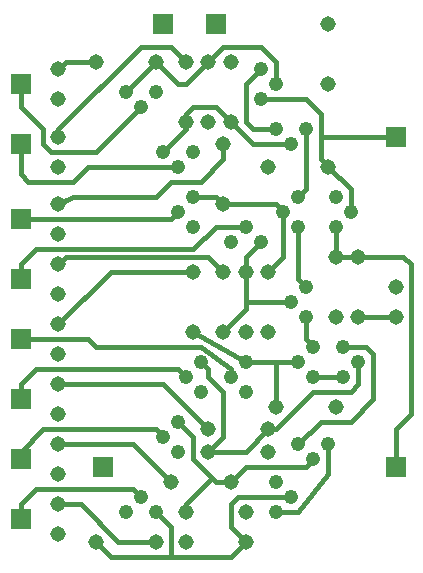
<source format=gbl>
G75*
G70*
%OFA0B0*%
%FSLAX24Y24*%
%IPPOS*%
%LPD*%
%AMOC8*
5,1,8,0,0,1.08239X$1,22.5*
%
%ADD10C,0.0515*%
%ADD11R,0.0709X0.0709*%
%ADD12C,0.0476*%
%ADD13C,0.0160*%
D10*
X002600Y002600D03*
X002600Y003600D03*
X002600Y004600D03*
X002600Y005600D03*
X002600Y006600D03*
X002600Y007600D03*
X002600Y008600D03*
X002600Y009600D03*
X002600Y010600D03*
X002600Y011600D03*
X002600Y012600D03*
X002600Y013600D03*
X002600Y014850D03*
X002600Y015850D03*
X002600Y017100D03*
X002600Y018100D03*
X003850Y018350D03*
X005850Y018350D03*
X006850Y018350D03*
X007600Y018350D03*
X008350Y018350D03*
X008350Y016350D03*
X008100Y015600D03*
X007600Y016350D03*
X006850Y016350D03*
X008100Y013600D03*
X009600Y014850D03*
X011600Y014850D03*
X011600Y017600D03*
X011600Y019600D03*
X011850Y011850D03*
X012600Y011850D03*
X013850Y010850D03*
X013850Y009850D03*
X012600Y009850D03*
X011850Y009850D03*
X011850Y006850D03*
X009850Y006850D03*
X009600Y006100D03*
X009600Y005350D03*
X008350Y004350D03*
X007600Y005350D03*
X007600Y006100D03*
X006350Y004350D03*
X006850Y003350D03*
X006850Y002350D03*
X005850Y002350D03*
X003850Y002350D03*
X008850Y002350D03*
X008850Y003350D03*
X008850Y009350D03*
X008100Y009350D03*
X007100Y009350D03*
X007100Y011350D03*
X008100Y011350D03*
X008850Y011350D03*
X009600Y011350D03*
X009600Y009350D03*
D11*
X001350Y003100D03*
X001350Y005100D03*
X001350Y007100D03*
X001350Y009100D03*
X001350Y011100D03*
X001350Y013100D03*
X001350Y015600D03*
X001350Y017600D03*
X006100Y019600D03*
X007850Y019600D03*
X013850Y015850D03*
X013850Y004850D03*
X004100Y004850D03*
D12*
X004850Y003350D03*
X005350Y003850D03*
X005850Y003350D03*
X006600Y005350D03*
X006100Y005850D03*
X006600Y006350D03*
X007350Y007350D03*
X006850Y007850D03*
X007350Y008350D03*
X008350Y007850D03*
X008850Y007350D03*
X008850Y008350D03*
X010350Y010350D03*
X010850Y009850D03*
X010850Y010850D03*
X010600Y012850D03*
X010100Y013350D03*
X010600Y013850D03*
X009350Y012350D03*
X008850Y012850D03*
X008350Y012350D03*
X007100Y012850D03*
X006600Y013350D03*
X007100Y013850D03*
X006600Y014850D03*
X006100Y015350D03*
X007100Y015350D03*
X005850Y017350D03*
X005350Y016850D03*
X004850Y017350D03*
X009350Y017100D03*
X009850Y017600D03*
X009350Y018100D03*
X009850Y016100D03*
X010350Y015600D03*
X010850Y016100D03*
X011850Y013850D03*
X012350Y013350D03*
X011850Y012850D03*
X012100Y008850D03*
X012600Y008350D03*
X012100Y007850D03*
X011100Y007850D03*
X010600Y008350D03*
X011100Y008850D03*
X010600Y005600D03*
X011100Y005100D03*
X011600Y005600D03*
X010350Y003850D03*
X009850Y003350D03*
X009850Y004350D03*
D13*
X010350Y003850D02*
X008600Y003850D01*
X008350Y003600D01*
X008350Y002850D01*
X008850Y002350D01*
X008350Y001850D01*
X006350Y001850D01*
X006350Y002850D01*
X005850Y003350D01*
X005350Y003850D02*
X005100Y004100D01*
X001850Y004100D01*
X001350Y003600D01*
X001350Y003100D01*
X002600Y003600D02*
X003350Y003600D01*
X004600Y002350D01*
X005850Y002350D01*
X006350Y001850D02*
X004350Y001850D01*
X003850Y002350D01*
X006350Y004350D02*
X005100Y005600D01*
X002600Y005600D01*
X002100Y006100D02*
X005850Y006100D01*
X006100Y005850D01*
X006600Y006350D02*
X007100Y005850D01*
X007100Y005100D01*
X007725Y004475D01*
X006850Y003600D01*
X006850Y003350D01*
X007850Y004350D02*
X007725Y004475D01*
X007850Y004350D02*
X008350Y004350D01*
X008850Y004850D01*
X010850Y004850D01*
X011100Y005100D01*
X011600Y004600D02*
X011600Y005600D01*
X011350Y006350D02*
X010600Y005600D01*
X009850Y006100D02*
X009600Y006100D01*
X008850Y005350D01*
X007600Y005350D01*
X008100Y005850D01*
X008100Y007350D01*
X007600Y007850D01*
X007600Y008100D01*
X007350Y008350D01*
X007350Y008850D02*
X003850Y008850D01*
X003600Y009100D01*
X001350Y009100D01*
X001850Y008100D02*
X006600Y008100D01*
X006850Y007850D01*
X006100Y007600D02*
X007600Y006100D01*
X008350Y007850D02*
X008350Y008100D01*
X007350Y008850D01*
X007100Y009350D02*
X008850Y008350D01*
X009850Y008350D01*
X009850Y006850D01*
X009850Y006100D02*
X011100Y007350D01*
X012350Y007350D01*
X012600Y007600D01*
X012600Y008350D01*
X012850Y008850D02*
X013100Y008600D01*
X013100Y007100D01*
X012350Y006350D01*
X011350Y006350D01*
X011100Y007850D02*
X012100Y007850D01*
X012100Y008850D02*
X012850Y008850D01*
X012600Y009850D02*
X013850Y009850D01*
X014350Y011600D02*
X014100Y011850D01*
X012600Y011850D01*
X011850Y011850D01*
X011850Y012850D01*
X012350Y013350D02*
X012350Y014100D01*
X011600Y014850D01*
X011350Y015100D01*
X011350Y015850D01*
X013850Y015850D01*
X011350Y015850D02*
X011350Y016600D01*
X010850Y017100D01*
X009350Y017100D01*
X008850Y017600D02*
X008850Y016350D01*
X009100Y016100D01*
X009850Y016100D01*
X010350Y015600D02*
X009100Y015600D01*
X008350Y016350D01*
X007850Y016850D01*
X007100Y016850D01*
X006850Y016600D01*
X006850Y016350D01*
X006850Y016100D01*
X006100Y015350D01*
X006600Y014850D02*
X003600Y014850D01*
X003100Y014350D01*
X001600Y014350D01*
X001350Y014600D01*
X001350Y015600D01*
X002100Y015600D02*
X002350Y015350D01*
X003850Y015350D01*
X005350Y016850D01*
X004850Y017350D02*
X005850Y018350D01*
X006600Y017600D01*
X006850Y017600D01*
X007600Y018350D01*
X008100Y018850D01*
X009350Y018850D01*
X009850Y018350D01*
X009850Y017600D01*
X009350Y018100D02*
X008850Y017600D01*
X008100Y015600D02*
X008100Y015100D01*
X007350Y014350D01*
X006350Y014350D01*
X005850Y013850D01*
X003100Y013850D01*
X002600Y013600D01*
X001850Y012100D02*
X007100Y012100D01*
X007850Y012850D01*
X008850Y012850D01*
X009350Y012350D02*
X008850Y011850D01*
X008850Y011350D01*
X008850Y010350D01*
X010350Y010350D01*
X010850Y010850D02*
X010600Y011100D01*
X010600Y012850D01*
X010100Y013350D02*
X010100Y011850D01*
X009600Y011350D01*
X008850Y010350D02*
X008850Y010100D01*
X008100Y009350D01*
X008100Y011350D02*
X007600Y011850D01*
X002850Y011850D01*
X002600Y011600D01*
X001850Y012100D02*
X001350Y011600D01*
X001350Y011100D01*
X002600Y009600D02*
X004350Y011350D01*
X007100Y011350D01*
X006350Y013100D02*
X006600Y013350D01*
X006350Y013100D02*
X001350Y013100D01*
X002100Y015600D02*
X002100Y016100D01*
X001350Y016850D01*
X001350Y017600D01*
X002600Y018100D02*
X002850Y018350D01*
X003850Y018350D01*
X005350Y018850D02*
X006350Y018850D01*
X006850Y018350D01*
X005350Y018850D02*
X002600Y016100D01*
X002600Y015850D01*
X007100Y013850D02*
X007850Y013850D01*
X008100Y013600D01*
X009850Y013600D01*
X010100Y013350D01*
X010600Y013850D02*
X010850Y014100D01*
X010850Y016100D01*
X014350Y011600D02*
X014350Y006600D01*
X013850Y006100D01*
X013850Y004850D01*
X011600Y004600D02*
X010600Y003350D01*
X009850Y003350D01*
X009850Y008350D02*
X010600Y008350D01*
X011100Y008850D02*
X010850Y009100D01*
X010850Y009850D01*
X006100Y007600D02*
X002600Y007600D01*
X001850Y008100D02*
X001350Y007600D01*
X001350Y007100D01*
X002100Y006100D02*
X001350Y005350D01*
X001350Y005100D01*
M02*

</source>
